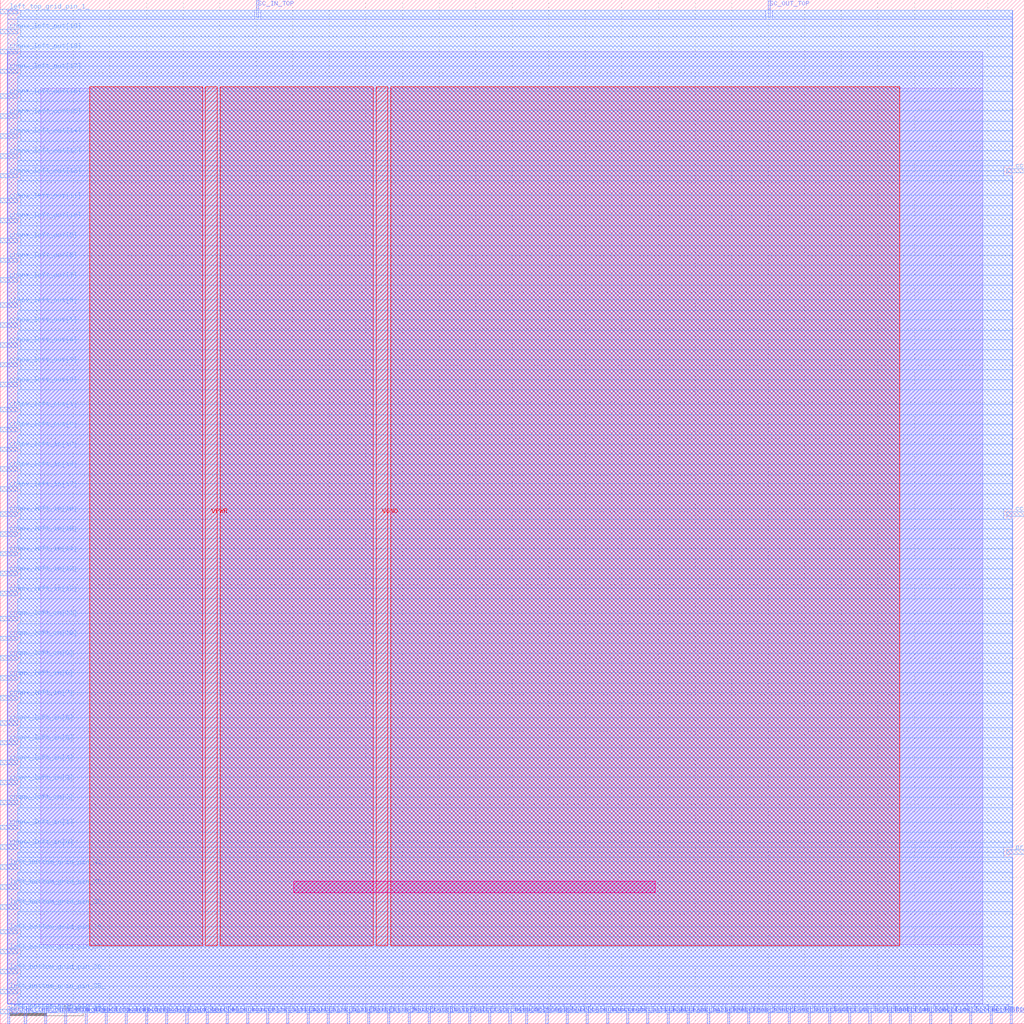
<source format=lef>
VERSION 5.7 ;
  NOWIREEXTENSIONATPIN ON ;
  DIVIDERCHAR "/" ;
  BUSBITCHARS "[]" ;
MACRO sb_2__2_
  CLASS BLOCK ;
  FOREIGN sb_2__2_ ;
  ORIGIN 0.000 0.000 ;
  SIZE 140.000 BY 140.000 ;
  PIN SC_IN_BOT
    DIRECTION INPUT ;
    PORT
      LAYER met2 ;
        RECT 135.330 0.000 135.610 2.400 ;
    END
  END SC_IN_BOT
  PIN SC_IN_TOP
    DIRECTION INPUT ;
    PORT
      LAYER met2 ;
        RECT 35.050 137.600 35.330 140.000 ;
    END
  END SC_IN_TOP
  PIN SC_OUT_BOT
    DIRECTION OUTPUT TRISTATE ;
    PORT
      LAYER met2 ;
        RECT 138.090 0.000 138.370 2.400 ;
    END
  END SC_OUT_BOT
  PIN SC_OUT_TOP
    DIRECTION OUTPUT TRISTATE ;
    PORT
      LAYER met2 ;
        RECT 104.970 137.600 105.250 140.000 ;
    END
  END SC_OUT_TOP
  PIN bottom_left_grid_pin_42_
    DIRECTION INPUT ;
    PORT
      LAYER met2 ;
        RECT 1.010 0.000 1.290 2.400 ;
    END
  END bottom_left_grid_pin_42_
  PIN bottom_left_grid_pin_43_
    DIRECTION INPUT ;
    PORT
      LAYER met2 ;
        RECT 3.310 0.000 3.590 2.400 ;
    END
  END bottom_left_grid_pin_43_
  PIN bottom_left_grid_pin_44_
    DIRECTION INPUT ;
    PORT
      LAYER met2 ;
        RECT 6.070 0.000 6.350 2.400 ;
    END
  END bottom_left_grid_pin_44_
  PIN bottom_left_grid_pin_45_
    DIRECTION INPUT ;
    PORT
      LAYER met2 ;
        RECT 8.830 0.000 9.110 2.400 ;
    END
  END bottom_left_grid_pin_45_
  PIN bottom_left_grid_pin_46_
    DIRECTION INPUT ;
    PORT
      LAYER met2 ;
        RECT 11.590 0.000 11.870 2.400 ;
    END
  END bottom_left_grid_pin_46_
  PIN bottom_left_grid_pin_47_
    DIRECTION INPUT ;
    PORT
      LAYER met2 ;
        RECT 14.350 0.000 14.630 2.400 ;
    END
  END bottom_left_grid_pin_47_
  PIN bottom_left_grid_pin_48_
    DIRECTION INPUT ;
    PORT
      LAYER met2 ;
        RECT 17.110 0.000 17.390 2.400 ;
    END
  END bottom_left_grid_pin_48_
  PIN bottom_left_grid_pin_49_
    DIRECTION INPUT ;
    PORT
      LAYER met2 ;
        RECT 19.870 0.000 20.150 2.400 ;
    END
  END bottom_left_grid_pin_49_
  PIN bottom_right_grid_pin_1_
    DIRECTION INPUT ;
    PORT
      LAYER met2 ;
        RECT 132.570 0.000 132.850 2.400 ;
    END
  END bottom_right_grid_pin_1_
  PIN ccff_head
    DIRECTION INPUT ;
    PORT
      LAYER met3 ;
        RECT 137.600 69.400 140.000 70.000 ;
    END
  END ccff_head
  PIN ccff_tail
    DIRECTION OUTPUT TRISTATE ;
    PORT
      LAYER met3 ;
        RECT 137.600 116.320 140.000 116.920 ;
    END
  END ccff_tail
  PIN chanx_left_in[0]
    DIRECTION INPUT ;
    PORT
      LAYER met3 ;
        RECT 0.000 23.840 2.400 24.440 ;
    END
  END chanx_left_in[0]
  PIN chanx_left_in[10]
    DIRECTION INPUT ;
    PORT
      LAYER met3 ;
        RECT 0.000 52.400 2.400 53.000 ;
    END
  END chanx_left_in[10]
  PIN chanx_left_in[11]
    DIRECTION INPUT ;
    PORT
      LAYER met3 ;
        RECT 0.000 55.120 2.400 55.720 ;
    END
  END chanx_left_in[11]
  PIN chanx_left_in[12]
    DIRECTION INPUT ;
    PORT
      LAYER met3 ;
        RECT 0.000 58.520 2.400 59.120 ;
    END
  END chanx_left_in[12]
  PIN chanx_left_in[13]
    DIRECTION INPUT ;
    PORT
      LAYER met3 ;
        RECT 0.000 61.240 2.400 61.840 ;
    END
  END chanx_left_in[13]
  PIN chanx_left_in[14]
    DIRECTION INPUT ;
    PORT
      LAYER met3 ;
        RECT 0.000 63.960 2.400 64.560 ;
    END
  END chanx_left_in[14]
  PIN chanx_left_in[15]
    DIRECTION INPUT ;
    PORT
      LAYER met3 ;
        RECT 0.000 66.680 2.400 67.280 ;
    END
  END chanx_left_in[15]
  PIN chanx_left_in[16]
    DIRECTION INPUT ;
    PORT
      LAYER met3 ;
        RECT 0.000 69.400 2.400 70.000 ;
    END
  END chanx_left_in[16]
  PIN chanx_left_in[17]
    DIRECTION INPUT ;
    PORT
      LAYER met3 ;
        RECT 0.000 72.800 2.400 73.400 ;
    END
  END chanx_left_in[17]
  PIN chanx_left_in[18]
    DIRECTION INPUT ;
    PORT
      LAYER met3 ;
        RECT 0.000 75.520 2.400 76.120 ;
    END
  END chanx_left_in[18]
  PIN chanx_left_in[19]
    DIRECTION INPUT ;
    PORT
      LAYER met3 ;
        RECT 0.000 78.240 2.400 78.840 ;
    END
  END chanx_left_in[19]
  PIN chanx_left_in[1]
    DIRECTION INPUT ;
    PORT
      LAYER met3 ;
        RECT 0.000 26.560 2.400 27.160 ;
    END
  END chanx_left_in[1]
  PIN chanx_left_in[2]
    DIRECTION INPUT ;
    PORT
      LAYER met3 ;
        RECT 0.000 29.960 2.400 30.560 ;
    END
  END chanx_left_in[2]
  PIN chanx_left_in[3]
    DIRECTION INPUT ;
    PORT
      LAYER met3 ;
        RECT 0.000 32.680 2.400 33.280 ;
    END
  END chanx_left_in[3]
  PIN chanx_left_in[4]
    DIRECTION INPUT ;
    PORT
      LAYER met3 ;
        RECT 0.000 35.400 2.400 36.000 ;
    END
  END chanx_left_in[4]
  PIN chanx_left_in[5]
    DIRECTION INPUT ;
    PORT
      LAYER met3 ;
        RECT 0.000 38.120 2.400 38.720 ;
    END
  END chanx_left_in[5]
  PIN chanx_left_in[6]
    DIRECTION INPUT ;
    PORT
      LAYER met3 ;
        RECT 0.000 40.840 2.400 41.440 ;
    END
  END chanx_left_in[6]
  PIN chanx_left_in[7]
    DIRECTION INPUT ;
    PORT
      LAYER met3 ;
        RECT 0.000 44.240 2.400 44.840 ;
    END
  END chanx_left_in[7]
  PIN chanx_left_in[8]
    DIRECTION INPUT ;
    PORT
      LAYER met3 ;
        RECT 0.000 46.960 2.400 47.560 ;
    END
  END chanx_left_in[8]
  PIN chanx_left_in[9]
    DIRECTION INPUT ;
    PORT
      LAYER met3 ;
        RECT 0.000 49.680 2.400 50.280 ;
    END
  END chanx_left_in[9]
  PIN chanx_left_out[0]
    DIRECTION OUTPUT TRISTATE ;
    PORT
      LAYER met3 ;
        RECT 0.000 80.960 2.400 81.560 ;
    END
  END chanx_left_out[0]
  PIN chanx_left_out[10]
    DIRECTION OUTPUT TRISTATE ;
    PORT
      LAYER met3 ;
        RECT 0.000 109.520 2.400 110.120 ;
    END
  END chanx_left_out[10]
  PIN chanx_left_out[11]
    DIRECTION OUTPUT TRISTATE ;
    PORT
      LAYER met3 ;
        RECT 0.000 112.240 2.400 112.840 ;
    END
  END chanx_left_out[11]
  PIN chanx_left_out[12]
    DIRECTION OUTPUT TRISTATE ;
    PORT
      LAYER met3 ;
        RECT 0.000 115.640 2.400 116.240 ;
    END
  END chanx_left_out[12]
  PIN chanx_left_out[13]
    DIRECTION OUTPUT TRISTATE ;
    PORT
      LAYER met3 ;
        RECT 0.000 118.360 2.400 118.960 ;
    END
  END chanx_left_out[13]
  PIN chanx_left_out[14]
    DIRECTION OUTPUT TRISTATE ;
    PORT
      LAYER met3 ;
        RECT 0.000 121.080 2.400 121.680 ;
    END
  END chanx_left_out[14]
  PIN chanx_left_out[15]
    DIRECTION OUTPUT TRISTATE ;
    PORT
      LAYER met3 ;
        RECT 0.000 123.800 2.400 124.400 ;
    END
  END chanx_left_out[15]
  PIN chanx_left_out[16]
    DIRECTION OUTPUT TRISTATE ;
    PORT
      LAYER met3 ;
        RECT 0.000 126.520 2.400 127.120 ;
    END
  END chanx_left_out[16]
  PIN chanx_left_out[17]
    DIRECTION OUTPUT TRISTATE ;
    PORT
      LAYER met3 ;
        RECT 0.000 129.920 2.400 130.520 ;
    END
  END chanx_left_out[17]
  PIN chanx_left_out[18]
    DIRECTION OUTPUT TRISTATE ;
    PORT
      LAYER met3 ;
        RECT 0.000 132.640 2.400 133.240 ;
    END
  END chanx_left_out[18]
  PIN chanx_left_out[19]
    DIRECTION OUTPUT TRISTATE ;
    PORT
      LAYER met3 ;
        RECT 0.000 135.360 2.400 135.960 ;
    END
  END chanx_left_out[19]
  PIN chanx_left_out[1]
    DIRECTION OUTPUT TRISTATE ;
    PORT
      LAYER met3 ;
        RECT 0.000 83.680 2.400 84.280 ;
    END
  END chanx_left_out[1]
  PIN chanx_left_out[2]
    DIRECTION OUTPUT TRISTATE ;
    PORT
      LAYER met3 ;
        RECT 0.000 87.080 2.400 87.680 ;
    END
  END chanx_left_out[2]
  PIN chanx_left_out[3]
    DIRECTION OUTPUT TRISTATE ;
    PORT
      LAYER met3 ;
        RECT 0.000 89.800 2.400 90.400 ;
    END
  END chanx_left_out[3]
  PIN chanx_left_out[4]
    DIRECTION OUTPUT TRISTATE ;
    PORT
      LAYER met3 ;
        RECT 0.000 92.520 2.400 93.120 ;
    END
  END chanx_left_out[4]
  PIN chanx_left_out[5]
    DIRECTION OUTPUT TRISTATE ;
    PORT
      LAYER met3 ;
        RECT 0.000 95.240 2.400 95.840 ;
    END
  END chanx_left_out[5]
  PIN chanx_left_out[6]
    DIRECTION OUTPUT TRISTATE ;
    PORT
      LAYER met3 ;
        RECT 0.000 97.960 2.400 98.560 ;
    END
  END chanx_left_out[6]
  PIN chanx_left_out[7]
    DIRECTION OUTPUT TRISTATE ;
    PORT
      LAYER met3 ;
        RECT 0.000 101.360 2.400 101.960 ;
    END
  END chanx_left_out[7]
  PIN chanx_left_out[8]
    DIRECTION OUTPUT TRISTATE ;
    PORT
      LAYER met3 ;
        RECT 0.000 104.080 2.400 104.680 ;
    END
  END chanx_left_out[8]
  PIN chanx_left_out[9]
    DIRECTION OUTPUT TRISTATE ;
    PORT
      LAYER met3 ;
        RECT 0.000 106.800 2.400 107.400 ;
    END
  END chanx_left_out[9]
  PIN chany_bottom_in[0]
    DIRECTION INPUT ;
    PORT
      LAYER met2 ;
        RECT 22.630 0.000 22.910 2.400 ;
    END
  END chany_bottom_in[0]
  PIN chany_bottom_in[10]
    DIRECTION INPUT ;
    PORT
      LAYER met2 ;
        RECT 50.230 0.000 50.510 2.400 ;
    END
  END chany_bottom_in[10]
  PIN chany_bottom_in[11]
    DIRECTION INPUT ;
    PORT
      LAYER met2 ;
        RECT 52.990 0.000 53.270 2.400 ;
    END
  END chany_bottom_in[11]
  PIN chany_bottom_in[12]
    DIRECTION INPUT ;
    PORT
      LAYER met2 ;
        RECT 55.750 0.000 56.030 2.400 ;
    END
  END chany_bottom_in[12]
  PIN chany_bottom_in[13]
    DIRECTION INPUT ;
    PORT
      LAYER met2 ;
        RECT 58.510 0.000 58.790 2.400 ;
    END
  END chany_bottom_in[13]
  PIN chany_bottom_in[14]
    DIRECTION INPUT ;
    PORT
      LAYER met2 ;
        RECT 61.270 0.000 61.550 2.400 ;
    END
  END chany_bottom_in[14]
  PIN chany_bottom_in[15]
    DIRECTION INPUT ;
    PORT
      LAYER met2 ;
        RECT 64.030 0.000 64.310 2.400 ;
    END
  END chany_bottom_in[15]
  PIN chany_bottom_in[16]
    DIRECTION INPUT ;
    PORT
      LAYER met2 ;
        RECT 66.790 0.000 67.070 2.400 ;
    END
  END chany_bottom_in[16]
  PIN chany_bottom_in[17]
    DIRECTION INPUT ;
    PORT
      LAYER met2 ;
        RECT 69.550 0.000 69.830 2.400 ;
    END
  END chany_bottom_in[17]
  PIN chany_bottom_in[18]
    DIRECTION INPUT ;
    PORT
      LAYER met2 ;
        RECT 71.850 0.000 72.130 2.400 ;
    END
  END chany_bottom_in[18]
  PIN chany_bottom_in[19]
    DIRECTION INPUT ;
    PORT
      LAYER met2 ;
        RECT 74.610 0.000 74.890 2.400 ;
    END
  END chany_bottom_in[19]
  PIN chany_bottom_in[1]
    DIRECTION INPUT ;
    PORT
      LAYER met2 ;
        RECT 25.390 0.000 25.670 2.400 ;
    END
  END chany_bottom_in[1]
  PIN chany_bottom_in[2]
    DIRECTION INPUT ;
    PORT
      LAYER met2 ;
        RECT 28.150 0.000 28.430 2.400 ;
    END
  END chany_bottom_in[2]
  PIN chany_bottom_in[3]
    DIRECTION INPUT ;
    PORT
      LAYER met2 ;
        RECT 30.910 0.000 31.190 2.400 ;
    END
  END chany_bottom_in[3]
  PIN chany_bottom_in[4]
    DIRECTION INPUT ;
    PORT
      LAYER met2 ;
        RECT 33.670 0.000 33.950 2.400 ;
    END
  END chany_bottom_in[4]
  PIN chany_bottom_in[5]
    DIRECTION INPUT ;
    PORT
      LAYER met2 ;
        RECT 36.430 0.000 36.710 2.400 ;
    END
  END chany_bottom_in[5]
  PIN chany_bottom_in[6]
    DIRECTION INPUT ;
    PORT
      LAYER met2 ;
        RECT 39.190 0.000 39.470 2.400 ;
    END
  END chany_bottom_in[6]
  PIN chany_bottom_in[7]
    DIRECTION INPUT ;
    PORT
      LAYER met2 ;
        RECT 41.950 0.000 42.230 2.400 ;
    END
  END chany_bottom_in[7]
  PIN chany_bottom_in[8]
    DIRECTION INPUT ;
    PORT
      LAYER met2 ;
        RECT 44.710 0.000 44.990 2.400 ;
    END
  END chany_bottom_in[8]
  PIN chany_bottom_in[9]
    DIRECTION INPUT ;
    PORT
      LAYER met2 ;
        RECT 47.470 0.000 47.750 2.400 ;
    END
  END chany_bottom_in[9]
  PIN chany_bottom_out[0]
    DIRECTION OUTPUT TRISTATE ;
    PORT
      LAYER met2 ;
        RECT 77.370 0.000 77.650 2.400 ;
    END
  END chany_bottom_out[0]
  PIN chany_bottom_out[10]
    DIRECTION OUTPUT TRISTATE ;
    PORT
      LAYER met2 ;
        RECT 104.970 0.000 105.250 2.400 ;
    END
  END chany_bottom_out[10]
  PIN chany_bottom_out[11]
    DIRECTION OUTPUT TRISTATE ;
    PORT
      LAYER met2 ;
        RECT 107.730 0.000 108.010 2.400 ;
    END
  END chany_bottom_out[11]
  PIN chany_bottom_out[12]
    DIRECTION OUTPUT TRISTATE ;
    PORT
      LAYER met2 ;
        RECT 110.490 0.000 110.770 2.400 ;
    END
  END chany_bottom_out[12]
  PIN chany_bottom_out[13]
    DIRECTION OUTPUT TRISTATE ;
    PORT
      LAYER met2 ;
        RECT 113.250 0.000 113.530 2.400 ;
    END
  END chany_bottom_out[13]
  PIN chany_bottom_out[14]
    DIRECTION OUTPUT TRISTATE ;
    PORT
      LAYER met2 ;
        RECT 116.010 0.000 116.290 2.400 ;
    END
  END chany_bottom_out[14]
  PIN chany_bottom_out[15]
    DIRECTION OUTPUT TRISTATE ;
    PORT
      LAYER met2 ;
        RECT 118.770 0.000 119.050 2.400 ;
    END
  END chany_bottom_out[15]
  PIN chany_bottom_out[16]
    DIRECTION OUTPUT TRISTATE ;
    PORT
      LAYER met2 ;
        RECT 121.530 0.000 121.810 2.400 ;
    END
  END chany_bottom_out[16]
  PIN chany_bottom_out[17]
    DIRECTION OUTPUT TRISTATE ;
    PORT
      LAYER met2 ;
        RECT 124.290 0.000 124.570 2.400 ;
    END
  END chany_bottom_out[17]
  PIN chany_bottom_out[18]
    DIRECTION OUTPUT TRISTATE ;
    PORT
      LAYER met2 ;
        RECT 127.050 0.000 127.330 2.400 ;
    END
  END chany_bottom_out[18]
  PIN chany_bottom_out[19]
    DIRECTION OUTPUT TRISTATE ;
    PORT
      LAYER met2 ;
        RECT 129.810 0.000 130.090 2.400 ;
    END
  END chany_bottom_out[19]
  PIN chany_bottom_out[1]
    DIRECTION OUTPUT TRISTATE ;
    PORT
      LAYER met2 ;
        RECT 80.130 0.000 80.410 2.400 ;
    END
  END chany_bottom_out[1]
  PIN chany_bottom_out[2]
    DIRECTION OUTPUT TRISTATE ;
    PORT
      LAYER met2 ;
        RECT 82.890 0.000 83.170 2.400 ;
    END
  END chany_bottom_out[2]
  PIN chany_bottom_out[3]
    DIRECTION OUTPUT TRISTATE ;
    PORT
      LAYER met2 ;
        RECT 85.650 0.000 85.930 2.400 ;
    END
  END chany_bottom_out[3]
  PIN chany_bottom_out[4]
    DIRECTION OUTPUT TRISTATE ;
    PORT
      LAYER met2 ;
        RECT 88.410 0.000 88.690 2.400 ;
    END
  END chany_bottom_out[4]
  PIN chany_bottom_out[5]
    DIRECTION OUTPUT TRISTATE ;
    PORT
      LAYER met2 ;
        RECT 91.170 0.000 91.450 2.400 ;
    END
  END chany_bottom_out[5]
  PIN chany_bottom_out[6]
    DIRECTION OUTPUT TRISTATE ;
    PORT
      LAYER met2 ;
        RECT 93.930 0.000 94.210 2.400 ;
    END
  END chany_bottom_out[6]
  PIN chany_bottom_out[7]
    DIRECTION OUTPUT TRISTATE ;
    PORT
      LAYER met2 ;
        RECT 96.690 0.000 96.970 2.400 ;
    END
  END chany_bottom_out[7]
  PIN chany_bottom_out[8]
    DIRECTION OUTPUT TRISTATE ;
    PORT
      LAYER met2 ;
        RECT 99.450 0.000 99.730 2.400 ;
    END
  END chany_bottom_out[8]
  PIN chany_bottom_out[9]
    DIRECTION OUTPUT TRISTATE ;
    PORT
      LAYER met2 ;
        RECT 102.210 0.000 102.490 2.400 ;
    END
  END chany_bottom_out[9]
  PIN left_bottom_grid_pin_34_
    DIRECTION INPUT ;
    PORT
      LAYER met3 ;
        RECT 0.000 1.400 2.400 2.000 ;
    END
  END left_bottom_grid_pin_34_
  PIN left_bottom_grid_pin_35_
    DIRECTION INPUT ;
    PORT
      LAYER met3 ;
        RECT 0.000 4.120 2.400 4.720 ;
    END
  END left_bottom_grid_pin_35_
  PIN left_bottom_grid_pin_36_
    DIRECTION INPUT ;
    PORT
      LAYER met3 ;
        RECT 0.000 6.840 2.400 7.440 ;
    END
  END left_bottom_grid_pin_36_
  PIN left_bottom_grid_pin_37_
    DIRECTION INPUT ;
    PORT
      LAYER met3 ;
        RECT 0.000 9.560 2.400 10.160 ;
    END
  END left_bottom_grid_pin_37_
  PIN left_bottom_grid_pin_38_
    DIRECTION INPUT ;
    PORT
      LAYER met3 ;
        RECT 0.000 12.280 2.400 12.880 ;
    END
  END left_bottom_grid_pin_38_
  PIN left_bottom_grid_pin_39_
    DIRECTION INPUT ;
    PORT
      LAYER met3 ;
        RECT 0.000 15.680 2.400 16.280 ;
    END
  END left_bottom_grid_pin_39_
  PIN left_bottom_grid_pin_40_
    DIRECTION INPUT ;
    PORT
      LAYER met3 ;
        RECT 0.000 18.400 2.400 19.000 ;
    END
  END left_bottom_grid_pin_40_
  PIN left_bottom_grid_pin_41_
    DIRECTION INPUT ;
    PORT
      LAYER met3 ;
        RECT 0.000 21.120 2.400 21.720 ;
    END
  END left_bottom_grid_pin_41_
  PIN left_top_grid_pin_1_
    DIRECTION INPUT ;
    PORT
      LAYER met3 ;
        RECT 0.000 138.080 2.400 138.680 ;
    END
  END left_top_grid_pin_1_
  PIN prog_clk
    DIRECTION INPUT ;
    PORT
      LAYER met3 ;
        RECT 137.600 23.160 140.000 23.760 ;
    END
  END prog_clk
  PIN VPWR
    DIRECTION INPUT ;
    USE POWER ;
    PORT
      LAYER met4 ;
        RECT 28.055 10.640 29.655 128.080 ;
    END
  END VPWR
  PIN VGND
    DIRECTION INPUT ;
    USE GROUND ;
    PORT
      LAYER met4 ;
        RECT 51.385 10.640 52.985 128.080 ;
    END
  END VGND
  OBS
      LAYER li1 ;
        RECT 5.520 10.795 134.320 127.925 ;
      LAYER met1 ;
        RECT 0.990 2.760 134.320 132.900 ;
      LAYER met2 ;
        RECT 1.020 137.320 34.770 138.565 ;
        RECT 35.610 137.320 104.690 138.565 ;
        RECT 105.530 137.320 138.370 138.565 ;
        RECT 1.020 2.680 138.370 137.320 ;
        RECT 1.570 1.515 3.030 2.680 ;
        RECT 3.870 1.515 5.790 2.680 ;
        RECT 6.630 1.515 8.550 2.680 ;
        RECT 9.390 1.515 11.310 2.680 ;
        RECT 12.150 1.515 14.070 2.680 ;
        RECT 14.910 1.515 16.830 2.680 ;
        RECT 17.670 1.515 19.590 2.680 ;
        RECT 20.430 1.515 22.350 2.680 ;
        RECT 23.190 1.515 25.110 2.680 ;
        RECT 25.950 1.515 27.870 2.680 ;
        RECT 28.710 1.515 30.630 2.680 ;
        RECT 31.470 1.515 33.390 2.680 ;
        RECT 34.230 1.515 36.150 2.680 ;
        RECT 36.990 1.515 38.910 2.680 ;
        RECT 39.750 1.515 41.670 2.680 ;
        RECT 42.510 1.515 44.430 2.680 ;
        RECT 45.270 1.515 47.190 2.680 ;
        RECT 48.030 1.515 49.950 2.680 ;
        RECT 50.790 1.515 52.710 2.680 ;
        RECT 53.550 1.515 55.470 2.680 ;
        RECT 56.310 1.515 58.230 2.680 ;
        RECT 59.070 1.515 60.990 2.680 ;
        RECT 61.830 1.515 63.750 2.680 ;
        RECT 64.590 1.515 66.510 2.680 ;
        RECT 67.350 1.515 69.270 2.680 ;
        RECT 70.110 1.515 71.570 2.680 ;
        RECT 72.410 1.515 74.330 2.680 ;
        RECT 75.170 1.515 77.090 2.680 ;
        RECT 77.930 1.515 79.850 2.680 ;
        RECT 80.690 1.515 82.610 2.680 ;
        RECT 83.450 1.515 85.370 2.680 ;
        RECT 86.210 1.515 88.130 2.680 ;
        RECT 88.970 1.515 90.890 2.680 ;
        RECT 91.730 1.515 93.650 2.680 ;
        RECT 94.490 1.515 96.410 2.680 ;
        RECT 97.250 1.515 99.170 2.680 ;
        RECT 100.010 1.515 101.930 2.680 ;
        RECT 102.770 1.515 104.690 2.680 ;
        RECT 105.530 1.515 107.450 2.680 ;
        RECT 108.290 1.515 110.210 2.680 ;
        RECT 111.050 1.515 112.970 2.680 ;
        RECT 113.810 1.515 115.730 2.680 ;
        RECT 116.570 1.515 118.490 2.680 ;
        RECT 119.330 1.515 121.250 2.680 ;
        RECT 122.090 1.515 124.010 2.680 ;
        RECT 124.850 1.515 126.770 2.680 ;
        RECT 127.610 1.515 129.530 2.680 ;
        RECT 130.370 1.515 132.290 2.680 ;
        RECT 133.130 1.515 135.050 2.680 ;
        RECT 135.890 1.515 137.810 2.680 ;
      LAYER met3 ;
        RECT 2.800 137.680 138.395 138.545 ;
        RECT 2.400 136.360 138.395 137.680 ;
        RECT 2.800 134.960 138.395 136.360 ;
        RECT 2.400 133.640 138.395 134.960 ;
        RECT 2.800 132.240 138.395 133.640 ;
        RECT 2.400 130.920 138.395 132.240 ;
        RECT 2.800 129.520 138.395 130.920 ;
        RECT 2.400 127.520 138.395 129.520 ;
        RECT 2.800 126.120 138.395 127.520 ;
        RECT 2.400 124.800 138.395 126.120 ;
        RECT 2.800 123.400 138.395 124.800 ;
        RECT 2.400 122.080 138.395 123.400 ;
        RECT 2.800 120.680 138.395 122.080 ;
        RECT 2.400 119.360 138.395 120.680 ;
        RECT 2.800 117.960 138.395 119.360 ;
        RECT 2.400 117.320 138.395 117.960 ;
        RECT 2.400 116.640 137.200 117.320 ;
        RECT 2.800 115.920 137.200 116.640 ;
        RECT 2.800 115.240 138.395 115.920 ;
        RECT 2.400 113.240 138.395 115.240 ;
        RECT 2.800 111.840 138.395 113.240 ;
        RECT 2.400 110.520 138.395 111.840 ;
        RECT 2.800 109.120 138.395 110.520 ;
        RECT 2.400 107.800 138.395 109.120 ;
        RECT 2.800 106.400 138.395 107.800 ;
        RECT 2.400 105.080 138.395 106.400 ;
        RECT 2.800 103.680 138.395 105.080 ;
        RECT 2.400 102.360 138.395 103.680 ;
        RECT 2.800 100.960 138.395 102.360 ;
        RECT 2.400 98.960 138.395 100.960 ;
        RECT 2.800 97.560 138.395 98.960 ;
        RECT 2.400 96.240 138.395 97.560 ;
        RECT 2.800 94.840 138.395 96.240 ;
        RECT 2.400 93.520 138.395 94.840 ;
        RECT 2.800 92.120 138.395 93.520 ;
        RECT 2.400 90.800 138.395 92.120 ;
        RECT 2.800 89.400 138.395 90.800 ;
        RECT 2.400 88.080 138.395 89.400 ;
        RECT 2.800 86.680 138.395 88.080 ;
        RECT 2.400 84.680 138.395 86.680 ;
        RECT 2.800 83.280 138.395 84.680 ;
        RECT 2.400 81.960 138.395 83.280 ;
        RECT 2.800 80.560 138.395 81.960 ;
        RECT 2.400 79.240 138.395 80.560 ;
        RECT 2.800 77.840 138.395 79.240 ;
        RECT 2.400 76.520 138.395 77.840 ;
        RECT 2.800 75.120 138.395 76.520 ;
        RECT 2.400 73.800 138.395 75.120 ;
        RECT 2.800 72.400 138.395 73.800 ;
        RECT 2.400 70.400 138.395 72.400 ;
        RECT 2.800 69.000 137.200 70.400 ;
        RECT 2.400 67.680 138.395 69.000 ;
        RECT 2.800 66.280 138.395 67.680 ;
        RECT 2.400 64.960 138.395 66.280 ;
        RECT 2.800 63.560 138.395 64.960 ;
        RECT 2.400 62.240 138.395 63.560 ;
        RECT 2.800 60.840 138.395 62.240 ;
        RECT 2.400 59.520 138.395 60.840 ;
        RECT 2.800 58.120 138.395 59.520 ;
        RECT 2.400 56.120 138.395 58.120 ;
        RECT 2.800 54.720 138.395 56.120 ;
        RECT 2.400 53.400 138.395 54.720 ;
        RECT 2.800 52.000 138.395 53.400 ;
        RECT 2.400 50.680 138.395 52.000 ;
        RECT 2.800 49.280 138.395 50.680 ;
        RECT 2.400 47.960 138.395 49.280 ;
        RECT 2.800 46.560 138.395 47.960 ;
        RECT 2.400 45.240 138.395 46.560 ;
        RECT 2.800 43.840 138.395 45.240 ;
        RECT 2.400 41.840 138.395 43.840 ;
        RECT 2.800 40.440 138.395 41.840 ;
        RECT 2.400 39.120 138.395 40.440 ;
        RECT 2.800 37.720 138.395 39.120 ;
        RECT 2.400 36.400 138.395 37.720 ;
        RECT 2.800 35.000 138.395 36.400 ;
        RECT 2.400 33.680 138.395 35.000 ;
        RECT 2.800 32.280 138.395 33.680 ;
        RECT 2.400 30.960 138.395 32.280 ;
        RECT 2.800 29.560 138.395 30.960 ;
        RECT 2.400 27.560 138.395 29.560 ;
        RECT 2.800 26.160 138.395 27.560 ;
        RECT 2.400 24.840 138.395 26.160 ;
        RECT 2.800 24.160 138.395 24.840 ;
        RECT 2.800 23.440 137.200 24.160 ;
        RECT 2.400 22.760 137.200 23.440 ;
        RECT 2.400 22.120 138.395 22.760 ;
        RECT 2.800 20.720 138.395 22.120 ;
        RECT 2.400 19.400 138.395 20.720 ;
        RECT 2.800 18.000 138.395 19.400 ;
        RECT 2.400 16.680 138.395 18.000 ;
        RECT 2.800 15.280 138.395 16.680 ;
        RECT 2.400 13.280 138.395 15.280 ;
        RECT 2.800 11.880 138.395 13.280 ;
        RECT 2.400 10.560 138.395 11.880 ;
        RECT 2.800 9.160 138.395 10.560 ;
        RECT 2.400 7.840 138.395 9.160 ;
        RECT 2.800 6.440 138.395 7.840 ;
        RECT 2.400 5.120 138.395 6.440 ;
        RECT 2.800 3.720 138.395 5.120 ;
        RECT 2.400 2.400 138.395 3.720 ;
        RECT 2.800 1.535 138.395 2.400 ;
      LAYER met4 ;
        RECT 12.255 10.640 27.655 128.080 ;
        RECT 30.055 10.640 50.985 128.080 ;
        RECT 53.385 10.640 122.985 128.080 ;
      LAYER met5 ;
        RECT 40.140 17.900 89.580 19.500 ;
  END
END sb_2__2_
END LIBRARY


</source>
